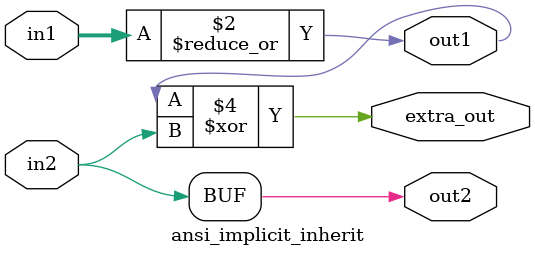
<source format=sv>
module ansi_implicit_inherit (
    input logic [2:0] in1,
    input logic in2,
    output logic extra_out,
    output logic out1,
    output logic out2
);
    always_comb begin
        out1 = |in1;
        out2 = |in2;
        extra_out = out1 ^ out2;
    end
endmodule


</source>
